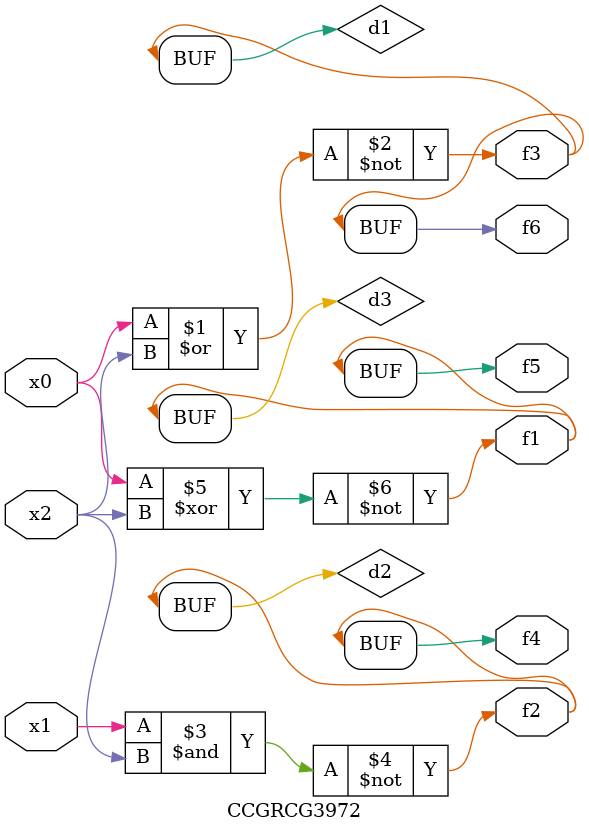
<source format=v>
module CCGRCG3972(
	input x0, x1, x2,
	output f1, f2, f3, f4, f5, f6
);

	wire d1, d2, d3;

	nor (d1, x0, x2);
	nand (d2, x1, x2);
	xnor (d3, x0, x2);
	assign f1 = d3;
	assign f2 = d2;
	assign f3 = d1;
	assign f4 = d2;
	assign f5 = d3;
	assign f6 = d1;
endmodule

</source>
